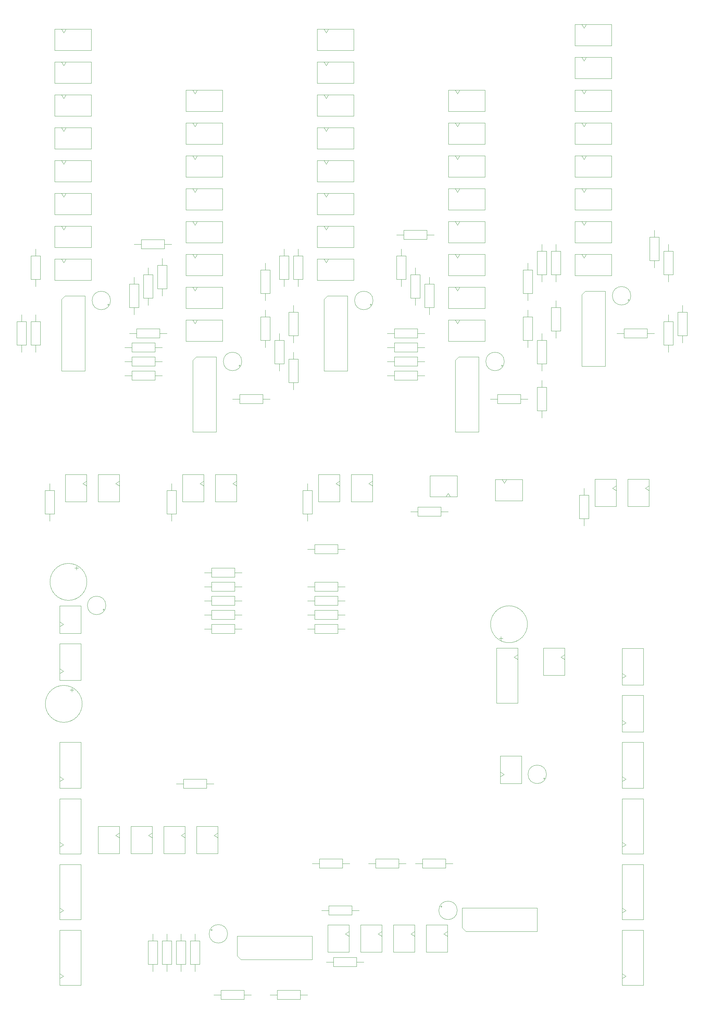
<source format=gbr>
%TF.GenerationSoftware,KiCad,Pcbnew,5.1.9*%
%TF.CreationDate,2021-03-20T19:28:51+01:00*%
%TF.ProjectId,mixer.pcb,6d697865-722e-4706-9362-2e6b69636164,0.2*%
%TF.SameCoordinates,Original*%
%TF.FileFunction,Other,Fab,Top*%
%FSLAX46Y46*%
G04 Gerber Fmt 4.6, Leading zero omitted, Abs format (unit mm)*
G04 Created by KiCad (PCBNEW 5.1.9) date 2021-03-20 19:28:51*
%MOMM*%
%LPD*%
G01*
G04 APERTURE LIST*
%ADD10C,0.100000*%
G04 APERTURE END LIST*
D10*
%TO.C,pfl_btn_master1*%
X184230000Y-142240000D02*
X185230000Y-142865000D01*
X185230000Y-141615000D02*
X184230000Y-142240000D01*
X185230000Y-147190000D02*
X185230000Y-139790000D01*
X179480000Y-147190000D02*
X185230000Y-147190000D01*
X179480000Y-139790000D02*
X179480000Y-147190000D01*
X185230000Y-139790000D02*
X179480000Y-139790000D01*
%TO.C,R26*%
X51410000Y-109200000D02*
X51410000Y-106700000D01*
X51410000Y-106700000D02*
X45110000Y-106700000D01*
X45110000Y-106700000D02*
X45110000Y-109200000D01*
X45110000Y-109200000D02*
X51410000Y-109200000D01*
X53340000Y-107950000D02*
X51410000Y-107950000D01*
X43180000Y-107950000D02*
X45110000Y-107950000D01*
%TO.C,R2*%
X63480000Y-264820000D02*
X60980000Y-264820000D01*
X60980000Y-264820000D02*
X60980000Y-271120000D01*
X60980000Y-271120000D02*
X63480000Y-271120000D01*
X63480000Y-271120000D02*
X63480000Y-264820000D01*
X62230000Y-262890000D02*
X62230000Y-264820000D01*
X62230000Y-273050000D02*
X62230000Y-271120000D01*
%TO.C,R13*%
X16490000Y-97180000D02*
X13990000Y-97180000D01*
X13990000Y-97180000D02*
X13990000Y-103480000D01*
X13990000Y-103480000D02*
X16490000Y-103480000D01*
X16490000Y-103480000D02*
X16490000Y-97180000D01*
X15240000Y-95250000D02*
X15240000Y-97180000D01*
X15240000Y-105410000D02*
X15240000Y-103480000D01*
%TO.C,FX-BTNs1*%
X73660000Y-268875000D02*
X73660000Y-263525000D01*
X73660000Y-263525000D02*
X93980000Y-263525000D01*
X93980000Y-263525000D02*
X93980000Y-269875000D01*
X93980000Y-269875000D02*
X74660000Y-269875000D01*
X74660000Y-269875000D02*
X73660000Y-268875000D01*
%TO.C,fx1_enc2*%
X25590000Y-258990000D02*
X31340000Y-258990000D01*
X31340000Y-258990000D02*
X31340000Y-244090000D01*
X31340000Y-244090000D02*
X25590000Y-244090000D01*
X25590000Y-244090000D02*
X25590000Y-258990000D01*
X25590000Y-257165000D02*
X26590000Y-256540000D01*
X26590000Y-256540000D02*
X25590000Y-255915000D01*
%TO.C,MuxCh1_4*%
X24220000Y-44640000D02*
X24220000Y-50390000D01*
X24220000Y-50390000D02*
X34120000Y-50390000D01*
X34120000Y-50390000D02*
X34120000Y-44640000D01*
X34120000Y-44640000D02*
X24220000Y-44640000D01*
X26045000Y-44640000D02*
X26670000Y-45640000D01*
X26670000Y-45640000D02*
X27295000Y-44640000D01*
%TO.C,MuxCh1_5*%
X24220000Y-53530000D02*
X24220000Y-59280000D01*
X24220000Y-59280000D02*
X34120000Y-59280000D01*
X34120000Y-59280000D02*
X34120000Y-53530000D01*
X34120000Y-53530000D02*
X24220000Y-53530000D01*
X26045000Y-53530000D02*
X26670000Y-54530000D01*
X26670000Y-54530000D02*
X27295000Y-53530000D01*
%TO.C,MuxCh1_2*%
X26670000Y-27860000D02*
X27295000Y-26860000D01*
X26045000Y-26860000D02*
X26670000Y-27860000D01*
X34120000Y-26860000D02*
X24220000Y-26860000D01*
X34120000Y-32610000D02*
X34120000Y-26860000D01*
X24220000Y-32610000D02*
X34120000Y-32610000D01*
X24220000Y-26860000D02*
X24220000Y-32610000D01*
%TO.C,MuxCh1*%
X26035000Y-91170000D02*
X27035000Y-90170000D01*
X26035000Y-110490000D02*
X26035000Y-91170000D01*
X32385000Y-110490000D02*
X26035000Y-110490000D01*
X32385000Y-90170000D02*
X32385000Y-110490000D01*
X27035000Y-90170000D02*
X32385000Y-90170000D01*
%TO.C,MuxCh1_3*%
X24220000Y-35750000D02*
X24220000Y-41500000D01*
X24220000Y-41500000D02*
X34120000Y-41500000D01*
X34120000Y-41500000D02*
X34120000Y-35750000D01*
X34120000Y-35750000D02*
X24220000Y-35750000D01*
X26045000Y-35750000D02*
X26670000Y-36750000D01*
X26670000Y-36750000D02*
X27295000Y-35750000D01*
%TO.C,MuxCh1_6*%
X26670000Y-63420000D02*
X27295000Y-62420000D01*
X26045000Y-62420000D02*
X26670000Y-63420000D01*
X34120000Y-62420000D02*
X24220000Y-62420000D01*
X34120000Y-68170000D02*
X34120000Y-62420000D01*
X24220000Y-68170000D02*
X34120000Y-68170000D01*
X24220000Y-62420000D02*
X24220000Y-68170000D01*
%TO.C,MuxCh1_7*%
X26670000Y-72310000D02*
X27295000Y-71310000D01*
X26045000Y-71310000D02*
X26670000Y-72310000D01*
X34120000Y-71310000D02*
X24220000Y-71310000D01*
X34120000Y-77060000D02*
X34120000Y-71310000D01*
X24220000Y-77060000D02*
X34120000Y-77060000D01*
X24220000Y-71310000D02*
X24220000Y-77060000D01*
%TO.C,MuxCh1_8*%
X24220000Y-80200000D02*
X24220000Y-85950000D01*
X24220000Y-85950000D02*
X34120000Y-85950000D01*
X34120000Y-85950000D02*
X34120000Y-80200000D01*
X34120000Y-80200000D02*
X24220000Y-80200000D01*
X26045000Y-80200000D02*
X26670000Y-81200000D01*
X26670000Y-81200000D02*
X27295000Y-80200000D01*
%TO.C,MuxCh1_1*%
X24220000Y-17970000D02*
X24220000Y-23720000D01*
X24220000Y-23720000D02*
X34120000Y-23720000D01*
X34120000Y-23720000D02*
X34120000Y-17970000D01*
X34120000Y-17970000D02*
X24220000Y-17970000D01*
X26045000Y-17970000D02*
X26670000Y-18970000D01*
X26670000Y-18970000D02*
X27295000Y-17970000D01*
%TO.C,NeoPixel1*%
X26590000Y-191770000D02*
X25590000Y-191145000D01*
X25590000Y-192395000D02*
X26590000Y-191770000D01*
X25590000Y-184320000D02*
X25590000Y-194220000D01*
X31340000Y-184320000D02*
X25590000Y-184320000D01*
X31340000Y-194220000D02*
X31340000Y-184320000D01*
X25590000Y-194220000D02*
X31340000Y-194220000D01*
%TO.C,vu_matrix*%
X149670000Y-185510000D02*
X143920000Y-185510000D01*
X143920000Y-185510000D02*
X143920000Y-200410000D01*
X143920000Y-200410000D02*
X149670000Y-200410000D01*
X149670000Y-200410000D02*
X149670000Y-185510000D01*
X149670000Y-187335000D02*
X148670000Y-187960000D01*
X148670000Y-187960000D02*
X149670000Y-188585000D01*
%TO.C,display_1*%
X26590000Y-220980000D02*
X25590000Y-220355000D01*
X25590000Y-221605000D02*
X26590000Y-220980000D01*
X25590000Y-211030000D02*
X25590000Y-223430000D01*
X31340000Y-211030000D02*
X25590000Y-211030000D01*
X31340000Y-223430000D02*
X31340000Y-211030000D01*
X25590000Y-223430000D02*
X31340000Y-223430000D01*
%TO.C,display_2*%
X177990000Y-223430000D02*
X183740000Y-223430000D01*
X183740000Y-223430000D02*
X183740000Y-211030000D01*
X183740000Y-211030000D02*
X177990000Y-211030000D01*
X177990000Y-211030000D02*
X177990000Y-223430000D01*
X177990000Y-221605000D02*
X178990000Y-220980000D01*
X178990000Y-220980000D02*
X177990000Y-220355000D01*
%TO.C,fx1_btn1*%
X102950000Y-262890000D02*
X103950000Y-263515000D01*
X103950000Y-262265000D02*
X102950000Y-262890000D01*
X103950000Y-267840000D02*
X103950000Y-260440000D01*
X98200000Y-267840000D02*
X103950000Y-267840000D01*
X98200000Y-260440000D02*
X98200000Y-267840000D01*
X103950000Y-260440000D02*
X98200000Y-260440000D01*
%TO.C,fx1_btn2*%
X50610000Y-233770000D02*
X44860000Y-233770000D01*
X44860000Y-233770000D02*
X44860000Y-241170000D01*
X44860000Y-241170000D02*
X50610000Y-241170000D01*
X50610000Y-241170000D02*
X50610000Y-233770000D01*
X50610000Y-235595000D02*
X49610000Y-236220000D01*
X49610000Y-236220000D02*
X50610000Y-236845000D01*
%TO.C,fx1_btn3*%
X59500000Y-233770000D02*
X53750000Y-233770000D01*
X53750000Y-233770000D02*
X53750000Y-241170000D01*
X53750000Y-241170000D02*
X59500000Y-241170000D01*
X59500000Y-241170000D02*
X59500000Y-233770000D01*
X59500000Y-235595000D02*
X58500000Y-236220000D01*
X58500000Y-236220000D02*
X59500000Y-236845000D01*
%TO.C,fx1_btn4*%
X67390000Y-236220000D02*
X68390000Y-236845000D01*
X68390000Y-235595000D02*
X67390000Y-236220000D01*
X68390000Y-241170000D02*
X68390000Y-233770000D01*
X62640000Y-241170000D02*
X68390000Y-241170000D01*
X62640000Y-233770000D02*
X62640000Y-241170000D01*
X68390000Y-233770000D02*
X62640000Y-233770000D01*
%TO.C,fx1_enc1*%
X25590000Y-241210000D02*
X31340000Y-241210000D01*
X31340000Y-241210000D02*
X31340000Y-226310000D01*
X31340000Y-226310000D02*
X25590000Y-226310000D01*
X25590000Y-226310000D02*
X25590000Y-241210000D01*
X25590000Y-239385000D02*
X26590000Y-238760000D01*
X26590000Y-238760000D02*
X25590000Y-238135000D01*
%TO.C,fx1_enc3*%
X25590000Y-276770000D02*
X31340000Y-276770000D01*
X31340000Y-276770000D02*
X31340000Y-261870000D01*
X31340000Y-261870000D02*
X25590000Y-261870000D01*
X25590000Y-261870000D02*
X25590000Y-276770000D01*
X25590000Y-274945000D02*
X26590000Y-274320000D01*
X26590000Y-274320000D02*
X25590000Y-273695000D01*
%TO.C,fx2_btn1*%
X41720000Y-233770000D02*
X35970000Y-233770000D01*
X35970000Y-233770000D02*
X35970000Y-241170000D01*
X35970000Y-241170000D02*
X41720000Y-241170000D01*
X41720000Y-241170000D02*
X41720000Y-233770000D01*
X41720000Y-235595000D02*
X40720000Y-236220000D01*
X40720000Y-236220000D02*
X41720000Y-236845000D01*
%TO.C,fx2_btn2*%
X111840000Y-262890000D02*
X112840000Y-263515000D01*
X112840000Y-262265000D02*
X111840000Y-262890000D01*
X112840000Y-267840000D02*
X112840000Y-260440000D01*
X107090000Y-267840000D02*
X112840000Y-267840000D01*
X107090000Y-260440000D02*
X107090000Y-267840000D01*
X112840000Y-260440000D02*
X107090000Y-260440000D01*
%TO.C,fx2_btn3*%
X121730000Y-260440000D02*
X115980000Y-260440000D01*
X115980000Y-260440000D02*
X115980000Y-267840000D01*
X115980000Y-267840000D02*
X121730000Y-267840000D01*
X121730000Y-267840000D02*
X121730000Y-260440000D01*
X121730000Y-262265000D02*
X120730000Y-262890000D01*
X120730000Y-262890000D02*
X121730000Y-263515000D01*
%TO.C,fx2_btn4*%
X129620000Y-262890000D02*
X130620000Y-263515000D01*
X130620000Y-262265000D02*
X129620000Y-262890000D01*
X130620000Y-267840000D02*
X130620000Y-260440000D01*
X124870000Y-267840000D02*
X130620000Y-267840000D01*
X124870000Y-260440000D02*
X124870000Y-267840000D01*
X130620000Y-260440000D02*
X124870000Y-260440000D01*
%TO.C,fx2_enc1*%
X178990000Y-238760000D02*
X177990000Y-238135000D01*
X177990000Y-239385000D02*
X178990000Y-238760000D01*
X177990000Y-226310000D02*
X177990000Y-241210000D01*
X183740000Y-226310000D02*
X177990000Y-226310000D01*
X183740000Y-241210000D02*
X183740000Y-226310000D01*
X177990000Y-241210000D02*
X183740000Y-241210000D01*
%TO.C,fx2_enc2*%
X177990000Y-258990000D02*
X183740000Y-258990000D01*
X183740000Y-258990000D02*
X183740000Y-244090000D01*
X183740000Y-244090000D02*
X177990000Y-244090000D01*
X177990000Y-244090000D02*
X177990000Y-258990000D01*
X177990000Y-257165000D02*
X178990000Y-256540000D01*
X178990000Y-256540000D02*
X177990000Y-255915000D01*
%TO.C,fx2_enc3*%
X178990000Y-274320000D02*
X177990000Y-273695000D01*
X177990000Y-274945000D02*
X178990000Y-274320000D01*
X177990000Y-261870000D02*
X177990000Y-276770000D01*
X183740000Y-261870000D02*
X177990000Y-261870000D01*
X183740000Y-276770000D02*
X183740000Y-261870000D01*
X177990000Y-276770000D02*
X183740000Y-276770000D01*
%TO.C,fxEncBtns1*%
X135620000Y-262255000D02*
X134620000Y-261255000D01*
X154940000Y-262255000D02*
X135620000Y-262255000D01*
X154940000Y-255905000D02*
X154940000Y-262255000D01*
X134620000Y-255905000D02*
X154940000Y-255905000D01*
X134620000Y-261255000D02*
X134620000Y-255905000D01*
%TO.C,pfl_btn_1*%
X40720000Y-140970000D02*
X41720000Y-141595000D01*
X41720000Y-140345000D02*
X40720000Y-140970000D01*
X41720000Y-145920000D02*
X41720000Y-138520000D01*
X35970000Y-145920000D02*
X41720000Y-145920000D01*
X35970000Y-138520000D02*
X35970000Y-145920000D01*
X41720000Y-138520000D02*
X35970000Y-138520000D01*
%TO.C,pfl_btn_2*%
X73470000Y-138520000D02*
X67720000Y-138520000D01*
X67720000Y-138520000D02*
X67720000Y-145920000D01*
X67720000Y-145920000D02*
X73470000Y-145920000D01*
X73470000Y-145920000D02*
X73470000Y-138520000D01*
X73470000Y-140345000D02*
X72470000Y-140970000D01*
X72470000Y-140970000D02*
X73470000Y-141595000D01*
%TO.C,pfl_btn_3*%
X109300000Y-140970000D02*
X110300000Y-141595000D01*
X110300000Y-140345000D02*
X109300000Y-140970000D01*
X110300000Y-145920000D02*
X110300000Y-138520000D01*
X104550000Y-145920000D02*
X110300000Y-145920000D01*
X104550000Y-138520000D02*
X104550000Y-145920000D01*
X110300000Y-138520000D02*
X104550000Y-138520000D01*
%TO.C,pfl_btn_4*%
X143600000Y-139890000D02*
X143600000Y-145640000D01*
X143600000Y-145640000D02*
X151000000Y-145640000D01*
X151000000Y-145640000D02*
X151000000Y-139890000D01*
X151000000Y-139890000D02*
X143600000Y-139890000D01*
X145425000Y-139890000D02*
X146050000Y-140890000D01*
X146050000Y-140890000D02*
X146675000Y-139890000D01*
%TO.C,pfl_led_1*%
X32830000Y-138520000D02*
X27080000Y-138520000D01*
X27080000Y-138520000D02*
X27080000Y-145920000D01*
X27080000Y-145920000D02*
X32830000Y-145920000D01*
X32830000Y-145920000D02*
X32830000Y-138520000D01*
X32830000Y-140345000D02*
X31830000Y-140970000D01*
X31830000Y-140970000D02*
X32830000Y-141595000D01*
%TO.C,pfl_led_2*%
X63580000Y-140970000D02*
X64580000Y-141595000D01*
X64580000Y-140345000D02*
X63580000Y-140970000D01*
X64580000Y-145920000D02*
X64580000Y-138520000D01*
X58830000Y-145920000D02*
X64580000Y-145920000D01*
X58830000Y-138520000D02*
X58830000Y-145920000D01*
X64580000Y-138520000D02*
X58830000Y-138520000D01*
%TO.C,pfl_led_3*%
X100410000Y-140970000D02*
X101410000Y-141595000D01*
X101410000Y-140345000D02*
X100410000Y-140970000D01*
X101410000Y-145920000D02*
X101410000Y-138520000D01*
X95660000Y-145920000D02*
X101410000Y-145920000D01*
X95660000Y-138520000D02*
X95660000Y-145920000D01*
X101410000Y-138520000D02*
X95660000Y-138520000D01*
%TO.C,pfl_led_4*%
X133260000Y-144590000D02*
X133260000Y-138840000D01*
X133260000Y-138840000D02*
X125860000Y-138840000D01*
X125860000Y-138840000D02*
X125860000Y-144590000D01*
X125860000Y-144590000D02*
X133260000Y-144590000D01*
X131435000Y-144590000D02*
X130810000Y-143590000D01*
X130810000Y-143590000D02*
X130185000Y-144590000D01*
%TO.C,pfl_led_master1*%
X176340000Y-139790000D02*
X170590000Y-139790000D01*
X170590000Y-139790000D02*
X170590000Y-147190000D01*
X170590000Y-147190000D02*
X176340000Y-147190000D01*
X176340000Y-147190000D02*
X176340000Y-139790000D01*
X176340000Y-141615000D02*
X175340000Y-142240000D01*
X175340000Y-142240000D02*
X176340000Y-142865000D01*
%TO.C,spare28*%
X177990000Y-195490000D02*
X183740000Y-195490000D01*
X183740000Y-195490000D02*
X183740000Y-185590000D01*
X183740000Y-185590000D02*
X177990000Y-185590000D01*
X177990000Y-185590000D02*
X177990000Y-195490000D01*
X177990000Y-193665000D02*
X178990000Y-193040000D01*
X178990000Y-193040000D02*
X177990000Y-192415000D01*
%TO.C,spare29*%
X177990000Y-208190000D02*
X183740000Y-208190000D01*
X183740000Y-208190000D02*
X183740000Y-198290000D01*
X183740000Y-198290000D02*
X177990000Y-198290000D01*
X177990000Y-198290000D02*
X177990000Y-208190000D01*
X177990000Y-206365000D02*
X178990000Y-205740000D01*
X178990000Y-205740000D02*
X177990000Y-205115000D01*
%TO.C,C1*%
X31670000Y-200640000D02*
G75*
G03*
X31670000Y-200640000I-5000000J0D01*
G01*
X28857500Y-196351139D02*
X28857500Y-197351139D01*
X29357500Y-196851139D02*
X28357500Y-196851139D01*
%TO.C,MuxCh2*%
X61595000Y-107680000D02*
X62595000Y-106680000D01*
X61595000Y-127000000D02*
X61595000Y-107680000D01*
X67945000Y-127000000D02*
X61595000Y-127000000D01*
X67945000Y-106680000D02*
X67945000Y-127000000D01*
X62595000Y-106680000D02*
X67945000Y-106680000D01*
%TO.C,MuxCh3*%
X97155000Y-91170000D02*
X98155000Y-90170000D01*
X97155000Y-110490000D02*
X97155000Y-91170000D01*
X103505000Y-110490000D02*
X97155000Y-110490000D01*
X103505000Y-90170000D02*
X103505000Y-110490000D01*
X98155000Y-90170000D02*
X103505000Y-90170000D01*
%TO.C,MuxCh4*%
X133715000Y-106680000D02*
X139065000Y-106680000D01*
X139065000Y-106680000D02*
X139065000Y-127000000D01*
X139065000Y-127000000D02*
X132715000Y-127000000D01*
X132715000Y-127000000D02*
X132715000Y-107680000D01*
X132715000Y-107680000D02*
X133715000Y-106680000D01*
%TO.C,MuxCh5*%
X168005000Y-88900000D02*
X173355000Y-88900000D01*
X173355000Y-88900000D02*
X173355000Y-109220000D01*
X173355000Y-109220000D02*
X167005000Y-109220000D01*
X167005000Y-109220000D02*
X167005000Y-89900000D01*
X167005000Y-89900000D02*
X168005000Y-88900000D01*
%TO.C,MuxCh2_1*%
X62230000Y-35480000D02*
X62855000Y-34480000D01*
X61605000Y-34480000D02*
X62230000Y-35480000D01*
X69680000Y-34480000D02*
X59780000Y-34480000D01*
X69680000Y-40230000D02*
X69680000Y-34480000D01*
X59780000Y-40230000D02*
X69680000Y-40230000D01*
X59780000Y-34480000D02*
X59780000Y-40230000D01*
%TO.C,MuxCh2_2*%
X62230000Y-44370000D02*
X62855000Y-43370000D01*
X61605000Y-43370000D02*
X62230000Y-44370000D01*
X69680000Y-43370000D02*
X59780000Y-43370000D01*
X69680000Y-49120000D02*
X69680000Y-43370000D01*
X59780000Y-49120000D02*
X69680000Y-49120000D01*
X59780000Y-43370000D02*
X59780000Y-49120000D01*
%TO.C,MuxCh2_3*%
X59780000Y-52260000D02*
X59780000Y-58010000D01*
X59780000Y-58010000D02*
X69680000Y-58010000D01*
X69680000Y-58010000D02*
X69680000Y-52260000D01*
X69680000Y-52260000D02*
X59780000Y-52260000D01*
X61605000Y-52260000D02*
X62230000Y-53260000D01*
X62230000Y-53260000D02*
X62855000Y-52260000D01*
%TO.C,MuxCh2_4*%
X59780000Y-61150000D02*
X59780000Y-66900000D01*
X59780000Y-66900000D02*
X69680000Y-66900000D01*
X69680000Y-66900000D02*
X69680000Y-61150000D01*
X69680000Y-61150000D02*
X59780000Y-61150000D01*
X61605000Y-61150000D02*
X62230000Y-62150000D01*
X62230000Y-62150000D02*
X62855000Y-61150000D01*
%TO.C,MuxCh2_5*%
X59780000Y-70040000D02*
X59780000Y-75790000D01*
X59780000Y-75790000D02*
X69680000Y-75790000D01*
X69680000Y-75790000D02*
X69680000Y-70040000D01*
X69680000Y-70040000D02*
X59780000Y-70040000D01*
X61605000Y-70040000D02*
X62230000Y-71040000D01*
X62230000Y-71040000D02*
X62855000Y-70040000D01*
%TO.C,MuxCh2_6*%
X62230000Y-79930000D02*
X62855000Y-78930000D01*
X61605000Y-78930000D02*
X62230000Y-79930000D01*
X69680000Y-78930000D02*
X59780000Y-78930000D01*
X69680000Y-84680000D02*
X69680000Y-78930000D01*
X59780000Y-84680000D02*
X69680000Y-84680000D01*
X59780000Y-78930000D02*
X59780000Y-84680000D01*
%TO.C,MuxCh2_7*%
X62230000Y-88820000D02*
X62855000Y-87820000D01*
X61605000Y-87820000D02*
X62230000Y-88820000D01*
X69680000Y-87820000D02*
X59780000Y-87820000D01*
X69680000Y-93570000D02*
X69680000Y-87820000D01*
X59780000Y-93570000D02*
X69680000Y-93570000D01*
X59780000Y-87820000D02*
X59780000Y-93570000D01*
%TO.C,MuxCh2_8*%
X59780000Y-96710000D02*
X59780000Y-102460000D01*
X59780000Y-102460000D02*
X69680000Y-102460000D01*
X69680000Y-102460000D02*
X69680000Y-96710000D01*
X69680000Y-96710000D02*
X59780000Y-96710000D01*
X61605000Y-96710000D02*
X62230000Y-97710000D01*
X62230000Y-97710000D02*
X62855000Y-96710000D01*
%TO.C,MuxCh3_1*%
X95340000Y-17970000D02*
X95340000Y-23720000D01*
X95340000Y-23720000D02*
X105240000Y-23720000D01*
X105240000Y-23720000D02*
X105240000Y-17970000D01*
X105240000Y-17970000D02*
X95340000Y-17970000D01*
X97165000Y-17970000D02*
X97790000Y-18970000D01*
X97790000Y-18970000D02*
X98415000Y-17970000D01*
%TO.C,MuxCh3_2*%
X97790000Y-27860000D02*
X98415000Y-26860000D01*
X97165000Y-26860000D02*
X97790000Y-27860000D01*
X105240000Y-26860000D02*
X95340000Y-26860000D01*
X105240000Y-32610000D02*
X105240000Y-26860000D01*
X95340000Y-32610000D02*
X105240000Y-32610000D01*
X95340000Y-26860000D02*
X95340000Y-32610000D01*
%TO.C,MuxCh3_3*%
X95340000Y-35750000D02*
X95340000Y-41500000D01*
X95340000Y-41500000D02*
X105240000Y-41500000D01*
X105240000Y-41500000D02*
X105240000Y-35750000D01*
X105240000Y-35750000D02*
X95340000Y-35750000D01*
X97165000Y-35750000D02*
X97790000Y-36750000D01*
X97790000Y-36750000D02*
X98415000Y-35750000D01*
%TO.C,MuxCh3_4*%
X95340000Y-44640000D02*
X95340000Y-50390000D01*
X95340000Y-50390000D02*
X105240000Y-50390000D01*
X105240000Y-50390000D02*
X105240000Y-44640000D01*
X105240000Y-44640000D02*
X95340000Y-44640000D01*
X97165000Y-44640000D02*
X97790000Y-45640000D01*
X97790000Y-45640000D02*
X98415000Y-44640000D01*
%TO.C,MuxCh3_5*%
X97790000Y-54530000D02*
X98415000Y-53530000D01*
X97165000Y-53530000D02*
X97790000Y-54530000D01*
X105240000Y-53530000D02*
X95340000Y-53530000D01*
X105240000Y-59280000D02*
X105240000Y-53530000D01*
X95340000Y-59280000D02*
X105240000Y-59280000D01*
X95340000Y-53530000D02*
X95340000Y-59280000D01*
%TO.C,MuxCh3_6*%
X95340000Y-62420000D02*
X95340000Y-68170000D01*
X95340000Y-68170000D02*
X105240000Y-68170000D01*
X105240000Y-68170000D02*
X105240000Y-62420000D01*
X105240000Y-62420000D02*
X95340000Y-62420000D01*
X97165000Y-62420000D02*
X97790000Y-63420000D01*
X97790000Y-63420000D02*
X98415000Y-62420000D01*
%TO.C,MuxCh3_7*%
X95340000Y-71310000D02*
X95340000Y-77060000D01*
X95340000Y-77060000D02*
X105240000Y-77060000D01*
X105240000Y-77060000D02*
X105240000Y-71310000D01*
X105240000Y-71310000D02*
X95340000Y-71310000D01*
X97165000Y-71310000D02*
X97790000Y-72310000D01*
X97790000Y-72310000D02*
X98415000Y-71310000D01*
%TO.C,MuxCh3_8*%
X97790000Y-81200000D02*
X98415000Y-80200000D01*
X97165000Y-80200000D02*
X97790000Y-81200000D01*
X105240000Y-80200000D02*
X95340000Y-80200000D01*
X105240000Y-85950000D02*
X105240000Y-80200000D01*
X95340000Y-85950000D02*
X105240000Y-85950000D01*
X95340000Y-80200000D02*
X95340000Y-85950000D01*
%TO.C,MuxCh4_1*%
X130900000Y-34480000D02*
X130900000Y-40230000D01*
X130900000Y-40230000D02*
X140800000Y-40230000D01*
X140800000Y-40230000D02*
X140800000Y-34480000D01*
X140800000Y-34480000D02*
X130900000Y-34480000D01*
X132725000Y-34480000D02*
X133350000Y-35480000D01*
X133350000Y-35480000D02*
X133975000Y-34480000D01*
%TO.C,MuxCh4_2*%
X133350000Y-44370000D02*
X133975000Y-43370000D01*
X132725000Y-43370000D02*
X133350000Y-44370000D01*
X140800000Y-43370000D02*
X130900000Y-43370000D01*
X140800000Y-49120000D02*
X140800000Y-43370000D01*
X130900000Y-49120000D02*
X140800000Y-49120000D01*
X130900000Y-43370000D02*
X130900000Y-49120000D01*
%TO.C,MuxCh4_3*%
X133350000Y-53260000D02*
X133975000Y-52260000D01*
X132725000Y-52260000D02*
X133350000Y-53260000D01*
X140800000Y-52260000D02*
X130900000Y-52260000D01*
X140800000Y-58010000D02*
X140800000Y-52260000D01*
X130900000Y-58010000D02*
X140800000Y-58010000D01*
X130900000Y-52260000D02*
X130900000Y-58010000D01*
%TO.C,MuxCh4_4*%
X130900000Y-61150000D02*
X130900000Y-66900000D01*
X130900000Y-66900000D02*
X140800000Y-66900000D01*
X140800000Y-66900000D02*
X140800000Y-61150000D01*
X140800000Y-61150000D02*
X130900000Y-61150000D01*
X132725000Y-61150000D02*
X133350000Y-62150000D01*
X133350000Y-62150000D02*
X133975000Y-61150000D01*
%TO.C,MuxCh4_5*%
X133350000Y-71040000D02*
X133975000Y-70040000D01*
X132725000Y-70040000D02*
X133350000Y-71040000D01*
X140800000Y-70040000D02*
X130900000Y-70040000D01*
X140800000Y-75790000D02*
X140800000Y-70040000D01*
X130900000Y-75790000D02*
X140800000Y-75790000D01*
X130900000Y-70040000D02*
X130900000Y-75790000D01*
%TO.C,MuxCh4_6*%
X130900000Y-78930000D02*
X130900000Y-84680000D01*
X130900000Y-84680000D02*
X140800000Y-84680000D01*
X140800000Y-84680000D02*
X140800000Y-78930000D01*
X140800000Y-78930000D02*
X130900000Y-78930000D01*
X132725000Y-78930000D02*
X133350000Y-79930000D01*
X133350000Y-79930000D02*
X133975000Y-78930000D01*
%TO.C,MuxCh4_7*%
X133350000Y-88820000D02*
X133975000Y-87820000D01*
X132725000Y-87820000D02*
X133350000Y-88820000D01*
X140800000Y-87820000D02*
X130900000Y-87820000D01*
X140800000Y-93570000D02*
X140800000Y-87820000D01*
X130900000Y-93570000D02*
X140800000Y-93570000D01*
X130900000Y-87820000D02*
X130900000Y-93570000D01*
%TO.C,MuxCh4_8*%
X133350000Y-97710000D02*
X133975000Y-96710000D01*
X132725000Y-96710000D02*
X133350000Y-97710000D01*
X140800000Y-96710000D02*
X130900000Y-96710000D01*
X140800000Y-102460000D02*
X140800000Y-96710000D01*
X130900000Y-102460000D02*
X140800000Y-102460000D01*
X130900000Y-96710000D02*
X130900000Y-102460000D01*
%TO.C,MuxCh5_1*%
X165190000Y-16700000D02*
X165190000Y-22450000D01*
X165190000Y-22450000D02*
X175090000Y-22450000D01*
X175090000Y-22450000D02*
X175090000Y-16700000D01*
X175090000Y-16700000D02*
X165190000Y-16700000D01*
X167015000Y-16700000D02*
X167640000Y-17700000D01*
X167640000Y-17700000D02*
X168265000Y-16700000D01*
%TO.C,MuxCh5_2*%
X167640000Y-26590000D02*
X168265000Y-25590000D01*
X167015000Y-25590000D02*
X167640000Y-26590000D01*
X175090000Y-25590000D02*
X165190000Y-25590000D01*
X175090000Y-31340000D02*
X175090000Y-25590000D01*
X165190000Y-31340000D02*
X175090000Y-31340000D01*
X165190000Y-25590000D02*
X165190000Y-31340000D01*
%TO.C,MuxCh5_3*%
X165190000Y-34480000D02*
X165190000Y-40230000D01*
X165190000Y-40230000D02*
X175090000Y-40230000D01*
X175090000Y-40230000D02*
X175090000Y-34480000D01*
X175090000Y-34480000D02*
X165190000Y-34480000D01*
X167015000Y-34480000D02*
X167640000Y-35480000D01*
X167640000Y-35480000D02*
X168265000Y-34480000D01*
%TO.C,MuxCh5_4*%
X165190000Y-43370000D02*
X165190000Y-49120000D01*
X165190000Y-49120000D02*
X175090000Y-49120000D01*
X175090000Y-49120000D02*
X175090000Y-43370000D01*
X175090000Y-43370000D02*
X165190000Y-43370000D01*
X167015000Y-43370000D02*
X167640000Y-44370000D01*
X167640000Y-44370000D02*
X168265000Y-43370000D01*
%TO.C,MuxCh5_5*%
X167640000Y-53260000D02*
X168265000Y-52260000D01*
X167015000Y-52260000D02*
X167640000Y-53260000D01*
X175090000Y-52260000D02*
X165190000Y-52260000D01*
X175090000Y-58010000D02*
X175090000Y-52260000D01*
X165190000Y-58010000D02*
X175090000Y-58010000D01*
X165190000Y-52260000D02*
X165190000Y-58010000D01*
%TO.C,MuxCh5_6*%
X165190000Y-61150000D02*
X165190000Y-66900000D01*
X165190000Y-66900000D02*
X175090000Y-66900000D01*
X175090000Y-66900000D02*
X175090000Y-61150000D01*
X175090000Y-61150000D02*
X165190000Y-61150000D01*
X167015000Y-61150000D02*
X167640000Y-62150000D01*
X167640000Y-62150000D02*
X168265000Y-61150000D01*
%TO.C,MuxCh5_7*%
X167640000Y-71040000D02*
X168265000Y-70040000D01*
X167015000Y-70040000D02*
X167640000Y-71040000D01*
X175090000Y-70040000D02*
X165190000Y-70040000D01*
X175090000Y-75790000D02*
X175090000Y-70040000D01*
X165190000Y-75790000D02*
X175090000Y-75790000D01*
X165190000Y-70040000D02*
X165190000Y-75790000D01*
%TO.C,MuxCh5_8*%
X167640000Y-79930000D02*
X168265000Y-78930000D01*
X167015000Y-78930000D02*
X167640000Y-79930000D01*
X175090000Y-78930000D02*
X165190000Y-78930000D01*
X175090000Y-84680000D02*
X175090000Y-78930000D01*
X165190000Y-84680000D02*
X175090000Y-84680000D01*
X165190000Y-78930000D02*
X165190000Y-84680000D01*
%TO.C,R1*%
X106680000Y-256540000D02*
X104750000Y-256540000D01*
X96520000Y-256540000D02*
X98450000Y-256540000D01*
X104750000Y-255290000D02*
X98450000Y-255290000D01*
X104750000Y-257790000D02*
X104750000Y-255290000D01*
X98450000Y-257790000D02*
X104750000Y-257790000D01*
X98450000Y-255290000D02*
X98450000Y-257790000D01*
%TO.C,R3*%
X58420000Y-273050000D02*
X58420000Y-271120000D01*
X58420000Y-262890000D02*
X58420000Y-264820000D01*
X59670000Y-271120000D02*
X59670000Y-264820000D01*
X57170000Y-271120000D02*
X59670000Y-271120000D01*
X57170000Y-264820000D02*
X57170000Y-271120000D01*
X59670000Y-264820000D02*
X57170000Y-264820000D01*
%TO.C,R4*%
X55860000Y-264820000D02*
X53360000Y-264820000D01*
X53360000Y-264820000D02*
X53360000Y-271120000D01*
X53360000Y-271120000D02*
X55860000Y-271120000D01*
X55860000Y-271120000D02*
X55860000Y-264820000D01*
X54610000Y-262890000D02*
X54610000Y-264820000D01*
X54610000Y-273050000D02*
X54610000Y-271120000D01*
%TO.C,R5*%
X50800000Y-262890000D02*
X50800000Y-264820000D01*
X50800000Y-273050000D02*
X50800000Y-271120000D01*
X49550000Y-264820000D02*
X49550000Y-271120000D01*
X52050000Y-264820000D02*
X49550000Y-264820000D01*
X52050000Y-271120000D02*
X52050000Y-264820000D01*
X49550000Y-271120000D02*
X52050000Y-271120000D01*
%TO.C,R6*%
X99720000Y-269260000D02*
X99720000Y-271760000D01*
X99720000Y-271760000D02*
X106020000Y-271760000D01*
X106020000Y-271760000D02*
X106020000Y-269260000D01*
X106020000Y-269260000D02*
X99720000Y-269260000D01*
X97790000Y-270510000D02*
X99720000Y-270510000D01*
X107950000Y-270510000D02*
X106020000Y-270510000D01*
%TO.C,R7*%
X67310000Y-279400000D02*
X69240000Y-279400000D01*
X77470000Y-279400000D02*
X75540000Y-279400000D01*
X69240000Y-280650000D02*
X75540000Y-280650000D01*
X69240000Y-278150000D02*
X69240000Y-280650000D01*
X75540000Y-278150000D02*
X69240000Y-278150000D01*
X75540000Y-280650000D02*
X75540000Y-278150000D01*
%TO.C,R8*%
X84480000Y-278150000D02*
X84480000Y-280650000D01*
X84480000Y-280650000D02*
X90780000Y-280650000D01*
X90780000Y-280650000D02*
X90780000Y-278150000D01*
X90780000Y-278150000D02*
X84480000Y-278150000D01*
X82550000Y-279400000D02*
X84480000Y-279400000D01*
X92710000Y-279400000D02*
X90780000Y-279400000D01*
%TO.C,R9*%
X46380000Y-99080000D02*
X46380000Y-101580000D01*
X46380000Y-101580000D02*
X52680000Y-101580000D01*
X52680000Y-101580000D02*
X52680000Y-99080000D01*
X52680000Y-99080000D02*
X46380000Y-99080000D01*
X44450000Y-100330000D02*
X46380000Y-100330000D01*
X54610000Y-100330000D02*
X52680000Y-100330000D01*
%TO.C,R10*%
X44470000Y-93320000D02*
X46970000Y-93320000D01*
X46970000Y-93320000D02*
X46970000Y-87020000D01*
X46970000Y-87020000D02*
X44470000Y-87020000D01*
X44470000Y-87020000D02*
X44470000Y-93320000D01*
X45720000Y-95250000D02*
X45720000Y-93320000D01*
X45720000Y-85090000D02*
X45720000Y-87020000D01*
%TO.C,R11*%
X50780000Y-84480000D02*
X48280000Y-84480000D01*
X48280000Y-84480000D02*
X48280000Y-90780000D01*
X48280000Y-90780000D02*
X50780000Y-90780000D01*
X50780000Y-90780000D02*
X50780000Y-84480000D01*
X49530000Y-82550000D02*
X49530000Y-84480000D01*
X49530000Y-92710000D02*
X49530000Y-90780000D01*
%TO.C,R12*%
X53340000Y-90170000D02*
X53340000Y-88240000D01*
X53340000Y-80010000D02*
X53340000Y-81940000D01*
X54590000Y-88240000D02*
X54590000Y-81940000D01*
X52090000Y-88240000D02*
X54590000Y-88240000D01*
X52090000Y-81940000D02*
X52090000Y-88240000D01*
X54590000Y-81940000D02*
X52090000Y-81940000D01*
%TO.C,R14*%
X55880000Y-76200000D02*
X53950000Y-76200000D01*
X45720000Y-76200000D02*
X47650000Y-76200000D01*
X53950000Y-74950000D02*
X47650000Y-74950000D01*
X53950000Y-77450000D02*
X53950000Y-74950000D01*
X47650000Y-77450000D02*
X53950000Y-77450000D01*
X47650000Y-74950000D02*
X47650000Y-77450000D01*
%TO.C,R15*%
X20300000Y-97180000D02*
X17800000Y-97180000D01*
X17800000Y-97180000D02*
X17800000Y-103480000D01*
X17800000Y-103480000D02*
X20300000Y-103480000D01*
X20300000Y-103480000D02*
X20300000Y-97180000D01*
X19050000Y-95250000D02*
X19050000Y-97180000D01*
X19050000Y-105410000D02*
X19050000Y-103480000D01*
%TO.C,R16*%
X19050000Y-77470000D02*
X19050000Y-79400000D01*
X19050000Y-87630000D02*
X19050000Y-85700000D01*
X17800000Y-79400000D02*
X17800000Y-85700000D01*
X20300000Y-79400000D02*
X17800000Y-79400000D01*
X20300000Y-85700000D02*
X20300000Y-79400000D01*
X17800000Y-85700000D02*
X20300000Y-85700000D01*
%TO.C,R17*%
X102210000Y-245090000D02*
X102210000Y-242590000D01*
X102210000Y-242590000D02*
X95910000Y-242590000D01*
X95910000Y-242590000D02*
X95910000Y-245090000D01*
X95910000Y-245090000D02*
X102210000Y-245090000D01*
X104140000Y-243840000D02*
X102210000Y-243840000D01*
X93980000Y-243840000D02*
X95910000Y-243840000D01*
%TO.C,R18*%
X21610000Y-149200000D02*
X24110000Y-149200000D01*
X24110000Y-149200000D02*
X24110000Y-142900000D01*
X24110000Y-142900000D02*
X21610000Y-142900000D01*
X21610000Y-142900000D02*
X21610000Y-149200000D01*
X22860000Y-151130000D02*
X22860000Y-149200000D01*
X22860000Y-140970000D02*
X22860000Y-142900000D01*
%TO.C,R19*%
X57150000Y-222250000D02*
X59080000Y-222250000D01*
X67310000Y-222250000D02*
X65380000Y-222250000D01*
X59080000Y-223500000D02*
X65380000Y-223500000D01*
X59080000Y-221000000D02*
X59080000Y-223500000D01*
X65380000Y-221000000D02*
X59080000Y-221000000D01*
X65380000Y-223500000D02*
X65380000Y-221000000D01*
%TO.C,R20*%
X117450000Y-245090000D02*
X117450000Y-242590000D01*
X117450000Y-242590000D02*
X111150000Y-242590000D01*
X111150000Y-242590000D02*
X111150000Y-245090000D01*
X111150000Y-245090000D02*
X117450000Y-245090000D01*
X119380000Y-243840000D02*
X117450000Y-243840000D01*
X109220000Y-243840000D02*
X111150000Y-243840000D01*
%TO.C,R21*%
X132080000Y-243840000D02*
X130150000Y-243840000D01*
X121920000Y-243840000D02*
X123850000Y-243840000D01*
X130150000Y-242590000D02*
X123850000Y-242590000D01*
X130150000Y-245090000D02*
X130150000Y-242590000D01*
X123850000Y-245090000D02*
X130150000Y-245090000D01*
X123850000Y-242590000D02*
X123850000Y-245090000D01*
%TO.C,R22*%
X82550000Y-118110000D02*
X80620000Y-118110000D01*
X72390000Y-118110000D02*
X74320000Y-118110000D01*
X80620000Y-116860000D02*
X74320000Y-116860000D01*
X80620000Y-119360000D02*
X80620000Y-116860000D01*
X74320000Y-119360000D02*
X80620000Y-119360000D01*
X74320000Y-116860000D02*
X74320000Y-119360000D01*
%TO.C,R23*%
X87650000Y-113640000D02*
X90150000Y-113640000D01*
X90150000Y-113640000D02*
X90150000Y-107340000D01*
X90150000Y-107340000D02*
X87650000Y-107340000D01*
X87650000Y-107340000D02*
X87650000Y-113640000D01*
X88900000Y-115570000D02*
X88900000Y-113640000D01*
X88900000Y-105410000D02*
X88900000Y-107340000D01*
%TO.C,R24*%
X85090000Y-100330000D02*
X85090000Y-102260000D01*
X85090000Y-110490000D02*
X85090000Y-108560000D01*
X83840000Y-102260000D02*
X83840000Y-108560000D01*
X86340000Y-102260000D02*
X83840000Y-102260000D01*
X86340000Y-108560000D02*
X86340000Y-102260000D01*
X83840000Y-108560000D02*
X86340000Y-108560000D01*
%TO.C,R25*%
X81280000Y-93980000D02*
X81280000Y-95910000D01*
X81280000Y-104140000D02*
X81280000Y-102210000D01*
X80030000Y-95910000D02*
X80030000Y-102210000D01*
X82530000Y-95910000D02*
X80030000Y-95910000D01*
X82530000Y-102210000D02*
X82530000Y-95910000D01*
X80030000Y-102210000D02*
X82530000Y-102210000D01*
%TO.C,R27*%
X81280000Y-81280000D02*
X81280000Y-83210000D01*
X81280000Y-91440000D02*
X81280000Y-89510000D01*
X80030000Y-83210000D02*
X80030000Y-89510000D01*
X82530000Y-83210000D02*
X80030000Y-83210000D01*
X82530000Y-89510000D02*
X82530000Y-83210000D01*
X80030000Y-89510000D02*
X82530000Y-89510000D01*
%TO.C,R28*%
X51410000Y-113010000D02*
X51410000Y-110510000D01*
X51410000Y-110510000D02*
X45110000Y-110510000D01*
X45110000Y-110510000D02*
X45110000Y-113010000D01*
X45110000Y-113010000D02*
X51410000Y-113010000D01*
X53340000Y-111760000D02*
X51410000Y-111760000D01*
X43180000Y-111760000D02*
X45110000Y-111760000D01*
%TO.C,R29*%
X43180000Y-104140000D02*
X45110000Y-104140000D01*
X53340000Y-104140000D02*
X51410000Y-104140000D01*
X45110000Y-105390000D02*
X51410000Y-105390000D01*
X45110000Y-102890000D02*
X45110000Y-105390000D01*
X51410000Y-102890000D02*
X45110000Y-102890000D01*
X51410000Y-105390000D02*
X51410000Y-102890000D01*
%TO.C,R30*%
X167640000Y-152400000D02*
X167640000Y-150470000D01*
X167640000Y-142240000D02*
X167640000Y-144170000D01*
X168890000Y-150470000D02*
X168890000Y-144170000D01*
X166390000Y-150470000D02*
X168890000Y-150470000D01*
X166390000Y-144170000D02*
X166390000Y-150470000D01*
X168890000Y-144170000D02*
X166390000Y-144170000D01*
%TO.C,R31*%
X128880000Y-149840000D02*
X128880000Y-147340000D01*
X128880000Y-147340000D02*
X122580000Y-147340000D01*
X122580000Y-147340000D02*
X122580000Y-149840000D01*
X122580000Y-149840000D02*
X128880000Y-149840000D01*
X130810000Y-148590000D02*
X128880000Y-148590000D01*
X120650000Y-148590000D02*
X122580000Y-148590000D01*
%TO.C,R32*%
X93960000Y-142900000D02*
X91460000Y-142900000D01*
X91460000Y-142900000D02*
X91460000Y-149200000D01*
X91460000Y-149200000D02*
X93960000Y-149200000D01*
X93960000Y-149200000D02*
X93960000Y-142900000D01*
X92710000Y-140970000D02*
X92710000Y-142900000D01*
X92710000Y-151130000D02*
X92710000Y-149200000D01*
%TO.C,R33*%
X57130000Y-142900000D02*
X54630000Y-142900000D01*
X54630000Y-142900000D02*
X54630000Y-149200000D01*
X54630000Y-149200000D02*
X57130000Y-149200000D01*
X57130000Y-149200000D02*
X57130000Y-142900000D01*
X55880000Y-140970000D02*
X55880000Y-142900000D01*
X55880000Y-151130000D02*
X55880000Y-149200000D01*
%TO.C,R34*%
X64770000Y-180340000D02*
X66700000Y-180340000D01*
X74930000Y-180340000D02*
X73000000Y-180340000D01*
X66700000Y-181590000D02*
X73000000Y-181590000D01*
X66700000Y-179090000D02*
X66700000Y-181590000D01*
X73000000Y-179090000D02*
X66700000Y-179090000D01*
X73000000Y-181590000D02*
X73000000Y-179090000D01*
%TO.C,R35*%
X73000000Y-177780000D02*
X73000000Y-175280000D01*
X73000000Y-175280000D02*
X66700000Y-175280000D01*
X66700000Y-175280000D02*
X66700000Y-177780000D01*
X66700000Y-177780000D02*
X73000000Y-177780000D01*
X74930000Y-176530000D02*
X73000000Y-176530000D01*
X64770000Y-176530000D02*
X66700000Y-176530000D01*
%TO.C,R36*%
X73000000Y-173970000D02*
X73000000Y-171470000D01*
X73000000Y-171470000D02*
X66700000Y-171470000D01*
X66700000Y-171470000D02*
X66700000Y-173970000D01*
X66700000Y-173970000D02*
X73000000Y-173970000D01*
X74930000Y-172720000D02*
X73000000Y-172720000D01*
X64770000Y-172720000D02*
X66700000Y-172720000D01*
%TO.C,R37*%
X64770000Y-168910000D02*
X66700000Y-168910000D01*
X74930000Y-168910000D02*
X73000000Y-168910000D01*
X66700000Y-170160000D02*
X73000000Y-170160000D01*
X66700000Y-167660000D02*
X66700000Y-170160000D01*
X73000000Y-167660000D02*
X66700000Y-167660000D01*
X73000000Y-170160000D02*
X73000000Y-167660000D01*
%TO.C,R38*%
X64770000Y-165100000D02*
X66700000Y-165100000D01*
X74930000Y-165100000D02*
X73000000Y-165100000D01*
X66700000Y-166350000D02*
X73000000Y-166350000D01*
X66700000Y-163850000D02*
X66700000Y-166350000D01*
X73000000Y-163850000D02*
X66700000Y-163850000D01*
X73000000Y-166350000D02*
X73000000Y-163850000D01*
%TO.C,R39*%
X92710000Y-172720000D02*
X94640000Y-172720000D01*
X102870000Y-172720000D02*
X100940000Y-172720000D01*
X94640000Y-173970000D02*
X100940000Y-173970000D01*
X94640000Y-171470000D02*
X94640000Y-173970000D01*
X100940000Y-171470000D02*
X94640000Y-171470000D01*
X100940000Y-173970000D02*
X100940000Y-171470000D01*
%TO.C,R40*%
X100940000Y-170160000D02*
X100940000Y-167660000D01*
X100940000Y-167660000D02*
X94640000Y-167660000D01*
X94640000Y-167660000D02*
X94640000Y-170160000D01*
X94640000Y-170160000D02*
X100940000Y-170160000D01*
X102870000Y-168910000D02*
X100940000Y-168910000D01*
X92710000Y-168910000D02*
X94640000Y-168910000D01*
%TO.C,R41*%
X92710000Y-158750000D02*
X94640000Y-158750000D01*
X102870000Y-158750000D02*
X100940000Y-158750000D01*
X94640000Y-160000000D02*
X100940000Y-160000000D01*
X94640000Y-157500000D02*
X94640000Y-160000000D01*
X100940000Y-157500000D02*
X94640000Y-157500000D01*
X100940000Y-160000000D02*
X100940000Y-157500000D01*
%TO.C,R42*%
X100940000Y-181590000D02*
X100940000Y-179090000D01*
X100940000Y-179090000D02*
X94640000Y-179090000D01*
X94640000Y-179090000D02*
X94640000Y-181590000D01*
X94640000Y-181590000D02*
X100940000Y-181590000D01*
X102870000Y-180340000D02*
X100940000Y-180340000D01*
X92710000Y-180340000D02*
X94640000Y-180340000D01*
%TO.C,R43*%
X92710000Y-176530000D02*
X94640000Y-176530000D01*
X102870000Y-176530000D02*
X100940000Y-176530000D01*
X94640000Y-177780000D02*
X100940000Y-177780000D01*
X94640000Y-175280000D02*
X94640000Y-177780000D01*
X100940000Y-175280000D02*
X94640000Y-175280000D01*
X100940000Y-177780000D02*
X100940000Y-175280000D01*
%TO.C,R44*%
X116230000Y-99080000D02*
X116230000Y-101580000D01*
X116230000Y-101580000D02*
X122530000Y-101580000D01*
X122530000Y-101580000D02*
X122530000Y-99080000D01*
X122530000Y-99080000D02*
X116230000Y-99080000D01*
X114300000Y-100330000D02*
X116230000Y-100330000D01*
X124460000Y-100330000D02*
X122530000Y-100330000D01*
%TO.C,R45*%
X125730000Y-85090000D02*
X125730000Y-87020000D01*
X125730000Y-95250000D02*
X125730000Y-93320000D01*
X124480000Y-87020000D02*
X124480000Y-93320000D01*
X126980000Y-87020000D02*
X124480000Y-87020000D01*
X126980000Y-93320000D02*
X126980000Y-87020000D01*
X124480000Y-93320000D02*
X126980000Y-93320000D01*
%TO.C,R46*%
X120670000Y-90780000D02*
X123170000Y-90780000D01*
X123170000Y-90780000D02*
X123170000Y-84480000D01*
X123170000Y-84480000D02*
X120670000Y-84480000D01*
X120670000Y-84480000D02*
X120670000Y-90780000D01*
X121920000Y-92710000D02*
X121920000Y-90780000D01*
X121920000Y-82550000D02*
X121920000Y-84480000D01*
%TO.C,R47*%
X118110000Y-77470000D02*
X118110000Y-79400000D01*
X118110000Y-87630000D02*
X118110000Y-85700000D01*
X116860000Y-79400000D02*
X116860000Y-85700000D01*
X119360000Y-79400000D02*
X116860000Y-79400000D01*
X119360000Y-85700000D02*
X119360000Y-79400000D01*
X116860000Y-85700000D02*
X119360000Y-85700000D01*
%TO.C,R48*%
X86360000Y-77470000D02*
X86360000Y-79400000D01*
X86360000Y-87630000D02*
X86360000Y-85700000D01*
X85110000Y-79400000D02*
X85110000Y-85700000D01*
X87610000Y-79400000D02*
X85110000Y-79400000D01*
X87610000Y-85700000D02*
X87610000Y-79400000D01*
X85110000Y-85700000D02*
X87610000Y-85700000D01*
%TO.C,R49*%
X118770000Y-72410000D02*
X118770000Y-74910000D01*
X118770000Y-74910000D02*
X125070000Y-74910000D01*
X125070000Y-74910000D02*
X125070000Y-72410000D01*
X125070000Y-72410000D02*
X118770000Y-72410000D01*
X116840000Y-73660000D02*
X118770000Y-73660000D01*
X127000000Y-73660000D02*
X125070000Y-73660000D01*
%TO.C,R50*%
X90150000Y-94640000D02*
X87650000Y-94640000D01*
X87650000Y-94640000D02*
X87650000Y-100940000D01*
X87650000Y-100940000D02*
X90150000Y-100940000D01*
X90150000Y-100940000D02*
X90150000Y-94640000D01*
X88900000Y-92710000D02*
X88900000Y-94640000D01*
X88900000Y-102870000D02*
X88900000Y-100940000D01*
%TO.C,R51*%
X90170000Y-77470000D02*
X90170000Y-79400000D01*
X90170000Y-87630000D02*
X90170000Y-85700000D01*
X88920000Y-79400000D02*
X88920000Y-85700000D01*
X91420000Y-79400000D02*
X88920000Y-79400000D01*
X91420000Y-85700000D02*
X91420000Y-79400000D01*
X88920000Y-85700000D02*
X91420000Y-85700000D01*
%TO.C,R52*%
X152400000Y-118110000D02*
X150470000Y-118110000D01*
X142240000Y-118110000D02*
X144170000Y-118110000D01*
X150470000Y-116860000D02*
X144170000Y-116860000D01*
X150470000Y-119360000D02*
X150470000Y-116860000D01*
X144170000Y-119360000D02*
X150470000Y-119360000D01*
X144170000Y-116860000D02*
X144170000Y-119360000D01*
%TO.C,R53*%
X157460000Y-114960000D02*
X154960000Y-114960000D01*
X154960000Y-114960000D02*
X154960000Y-121260000D01*
X154960000Y-121260000D02*
X157460000Y-121260000D01*
X157460000Y-121260000D02*
X157460000Y-114960000D01*
X156210000Y-113030000D02*
X156210000Y-114960000D01*
X156210000Y-123190000D02*
X156210000Y-121260000D01*
%TO.C,R54*%
X154960000Y-108560000D02*
X157460000Y-108560000D01*
X157460000Y-108560000D02*
X157460000Y-102260000D01*
X157460000Y-102260000D02*
X154960000Y-102260000D01*
X154960000Y-102260000D02*
X154960000Y-108560000D01*
X156210000Y-110490000D02*
X156210000Y-108560000D01*
X156210000Y-100330000D02*
X156210000Y-102260000D01*
%TO.C,R55*%
X152400000Y-93980000D02*
X152400000Y-95910000D01*
X152400000Y-104140000D02*
X152400000Y-102210000D01*
X151150000Y-95910000D02*
X151150000Y-102210000D01*
X153650000Y-95910000D02*
X151150000Y-95910000D01*
X153650000Y-102210000D02*
X153650000Y-95910000D01*
X151150000Y-102210000D02*
X153650000Y-102210000D01*
%TO.C,R56*%
X122530000Y-109200000D02*
X122530000Y-106700000D01*
X122530000Y-106700000D02*
X116230000Y-106700000D01*
X116230000Y-106700000D02*
X116230000Y-109200000D01*
X116230000Y-109200000D02*
X122530000Y-109200000D01*
X124460000Y-107950000D02*
X122530000Y-107950000D01*
X114300000Y-107950000D02*
X116230000Y-107950000D01*
%TO.C,R57*%
X152400000Y-81280000D02*
X152400000Y-83210000D01*
X152400000Y-91440000D02*
X152400000Y-89510000D01*
X151150000Y-83210000D02*
X151150000Y-89510000D01*
X153650000Y-83210000D02*
X151150000Y-83210000D01*
X153650000Y-89510000D02*
X153650000Y-83210000D01*
X151150000Y-89510000D02*
X153650000Y-89510000D01*
%TO.C,R58*%
X114300000Y-111760000D02*
X116230000Y-111760000D01*
X124460000Y-111760000D02*
X122530000Y-111760000D01*
X116230000Y-113010000D02*
X122530000Y-113010000D01*
X116230000Y-110510000D02*
X116230000Y-113010000D01*
X122530000Y-110510000D02*
X116230000Y-110510000D01*
X122530000Y-113010000D02*
X122530000Y-110510000D01*
%TO.C,R59*%
X122530000Y-105390000D02*
X122530000Y-102890000D01*
X122530000Y-102890000D02*
X116230000Y-102890000D01*
X116230000Y-102890000D02*
X116230000Y-105390000D01*
X116230000Y-105390000D02*
X122530000Y-105390000D01*
X124460000Y-104140000D02*
X122530000Y-104140000D01*
X114300000Y-104140000D02*
X116230000Y-104140000D01*
%TO.C,R60*%
X178460000Y-99080000D02*
X178460000Y-101580000D01*
X178460000Y-101580000D02*
X184760000Y-101580000D01*
X184760000Y-101580000D02*
X184760000Y-99080000D01*
X184760000Y-99080000D02*
X178460000Y-99080000D01*
X176530000Y-100330000D02*
X178460000Y-100330000D01*
X186690000Y-100330000D02*
X184760000Y-100330000D01*
%TO.C,R61*%
X190500000Y-105410000D02*
X190500000Y-103480000D01*
X190500000Y-95250000D02*
X190500000Y-97180000D01*
X191750000Y-103480000D02*
X191750000Y-97180000D01*
X189250000Y-103480000D02*
X191750000Y-103480000D01*
X189250000Y-97180000D02*
X189250000Y-103480000D01*
X191750000Y-97180000D02*
X189250000Y-97180000D01*
%TO.C,R62*%
X195560000Y-94640000D02*
X193060000Y-94640000D01*
X193060000Y-94640000D02*
X193060000Y-100940000D01*
X193060000Y-100940000D02*
X195560000Y-100940000D01*
X195560000Y-100940000D02*
X195560000Y-94640000D01*
X194310000Y-92710000D02*
X194310000Y-94640000D01*
X194310000Y-102870000D02*
X194310000Y-100940000D01*
%TO.C,R63*%
X190500000Y-76200000D02*
X190500000Y-78130000D01*
X190500000Y-86360000D02*
X190500000Y-84430000D01*
X189250000Y-78130000D02*
X189250000Y-84430000D01*
X191750000Y-78130000D02*
X189250000Y-78130000D01*
X191750000Y-84430000D02*
X191750000Y-78130000D01*
X189250000Y-84430000D02*
X191750000Y-84430000D01*
%TO.C,R64*%
X154960000Y-84430000D02*
X157460000Y-84430000D01*
X157460000Y-84430000D02*
X157460000Y-78130000D01*
X157460000Y-78130000D02*
X154960000Y-78130000D01*
X154960000Y-78130000D02*
X154960000Y-84430000D01*
X156210000Y-86360000D02*
X156210000Y-84430000D01*
X156210000Y-76200000D02*
X156210000Y-78130000D01*
%TO.C,R65*%
X186690000Y-72390000D02*
X186690000Y-74320000D01*
X186690000Y-82550000D02*
X186690000Y-80620000D01*
X185440000Y-74320000D02*
X185440000Y-80620000D01*
X187940000Y-74320000D02*
X185440000Y-74320000D01*
X187940000Y-80620000D02*
X187940000Y-74320000D01*
X185440000Y-80620000D02*
X187940000Y-80620000D01*
%TO.C,R66*%
X161270000Y-93370000D02*
X158770000Y-93370000D01*
X158770000Y-93370000D02*
X158770000Y-99670000D01*
X158770000Y-99670000D02*
X161270000Y-99670000D01*
X161270000Y-99670000D02*
X161270000Y-93370000D01*
X160020000Y-91440000D02*
X160020000Y-93370000D01*
X160020000Y-101600000D02*
X160020000Y-99670000D01*
%TO.C,R67*%
X160020000Y-76200000D02*
X160020000Y-78130000D01*
X160020000Y-86360000D02*
X160020000Y-84430000D01*
X158770000Y-78130000D02*
X158770000Y-84430000D01*
X161270000Y-78130000D02*
X158770000Y-78130000D01*
X161270000Y-84430000D02*
X161270000Y-78130000D01*
X158770000Y-84430000D02*
X161270000Y-84430000D01*
%TO.C,C2*%
X144632500Y-182878861D02*
X145632500Y-182878861D01*
X145132500Y-183378861D02*
X145132500Y-182378861D01*
X152320000Y-179090000D02*
G75*
G03*
X152320000Y-179090000I-5000000J0D01*
G01*
%TO.C,C3*%
X157460000Y-219710000D02*
G75*
G03*
X157460000Y-219710000I-2500000J0D01*
G01*
X157093605Y-220797500D02*
X156593605Y-220797500D01*
X156843605Y-221047500D02*
X156843605Y-220547500D01*
%TO.C,C4*%
X39350000Y-91440000D02*
G75*
G03*
X39350000Y-91440000I-2500000J0D01*
G01*
X38983605Y-92527500D02*
X38483605Y-92527500D01*
X38733605Y-92777500D02*
X38733605Y-92277500D01*
%TO.C,C5*%
X37463605Y-175327500D02*
X37463605Y-174827500D01*
X37713605Y-175077500D02*
X37213605Y-175077500D01*
X38080000Y-173990000D02*
G75*
G03*
X38080000Y-173990000I-2500000J0D01*
G01*
%TO.C,C6*%
X74293605Y-109287500D02*
X74293605Y-108787500D01*
X74543605Y-109037500D02*
X74043605Y-109037500D01*
X74910000Y-107950000D02*
G75*
G03*
X74910000Y-107950000I-2500000J0D01*
G01*
%TO.C,C7*%
X32940000Y-167620000D02*
G75*
G03*
X32940000Y-167620000I-5000000J0D01*
G01*
X30127500Y-163331139D02*
X30127500Y-164331139D01*
X30627500Y-163831139D02*
X29627500Y-163831139D01*
%TO.C,C8*%
X110470000Y-91440000D02*
G75*
G03*
X110470000Y-91440000I-2500000J0D01*
G01*
X110103605Y-92527500D02*
X109603605Y-92527500D01*
X109853605Y-92777500D02*
X109853605Y-92277500D01*
%TO.C,C9*%
X145413605Y-109287500D02*
X145413605Y-108787500D01*
X145663605Y-109037500D02*
X145163605Y-109037500D01*
X146030000Y-107950000D02*
G75*
G03*
X146030000Y-107950000I-2500000J0D01*
G01*
%TO.C,C10*%
X180320000Y-90170000D02*
G75*
G03*
X180320000Y-90170000I-2500000J0D01*
G01*
X179953605Y-91257500D02*
X179453605Y-91257500D01*
X179703605Y-91507500D02*
X179703605Y-91007500D01*
%TO.C,3.3V_Test1*%
X145970000Y-219710000D02*
X144970000Y-219085000D01*
X144970000Y-220335000D02*
X145970000Y-219710000D01*
X144970000Y-214760000D02*
X144970000Y-222160000D01*
X150720000Y-214760000D02*
X144970000Y-214760000D01*
X150720000Y-222160000D02*
X150720000Y-214760000D01*
X144970000Y-222160000D02*
X150720000Y-222160000D01*
%TO.C,3.3V_Test2*%
X25590000Y-181520000D02*
X31340000Y-181520000D01*
X31340000Y-181520000D02*
X31340000Y-174120000D01*
X31340000Y-174120000D02*
X25590000Y-174120000D01*
X25590000Y-174120000D02*
X25590000Y-181520000D01*
X25590000Y-179695000D02*
X26590000Y-179070000D01*
X26590000Y-179070000D02*
X25590000Y-178445000D01*
%TO.C,3.3V_In*%
X162370000Y-185510000D02*
X156620000Y-185510000D01*
X156620000Y-185510000D02*
X156620000Y-192910000D01*
X156620000Y-192910000D02*
X162370000Y-192910000D01*
X162370000Y-192910000D02*
X162370000Y-185510000D01*
X162370000Y-187335000D02*
X161370000Y-187960000D01*
X161370000Y-187960000D02*
X162370000Y-188585000D01*
%TO.C,C11*%
X71060000Y-262890000D02*
G75*
G03*
X71060000Y-262890000I-2500000J0D01*
G01*
X66426395Y-261802500D02*
X66926395Y-261802500D01*
X66676395Y-261552500D02*
X66676395Y-262052500D01*
%TO.C,C12*%
X128906395Y-255202500D02*
X128906395Y-255702500D01*
X128656395Y-255452500D02*
X129156395Y-255452500D01*
X133290000Y-256540000D02*
G75*
G03*
X133290000Y-256540000I-2500000J0D01*
G01*
%TD*%
M02*

</source>
